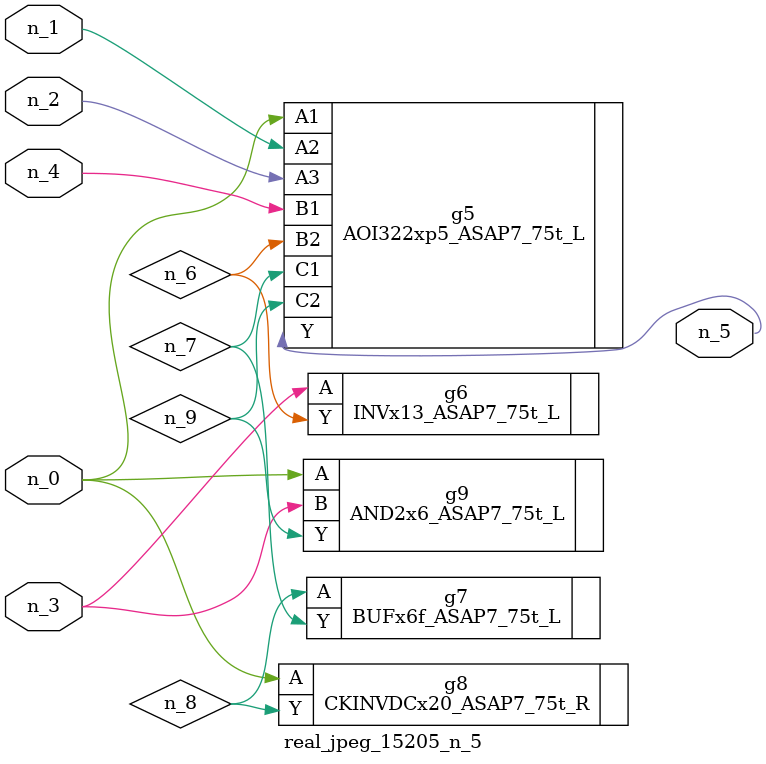
<source format=v>
module real_jpeg_15205_n_5 (n_4, n_0, n_1, n_2, n_3, n_5);

input n_4;
input n_0;
input n_1;
input n_2;
input n_3;

output n_5;

wire n_8;
wire n_6;
wire n_7;
wire n_9;

AOI322xp5_ASAP7_75t_L g5 ( 
.A1(n_0),
.A2(n_1),
.A3(n_2),
.B1(n_4),
.B2(n_6),
.C1(n_7),
.C2(n_9),
.Y(n_5)
);

CKINVDCx20_ASAP7_75t_R g8 ( 
.A(n_0),
.Y(n_8)
);

AND2x6_ASAP7_75t_L g9 ( 
.A(n_0),
.B(n_3),
.Y(n_9)
);

INVx13_ASAP7_75t_L g6 ( 
.A(n_3),
.Y(n_6)
);

BUFx6f_ASAP7_75t_L g7 ( 
.A(n_8),
.Y(n_7)
);


endmodule
</source>
